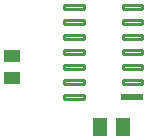
<source format=gtp>
G04 EAGLE Gerber RS-274X export*
G75*
%MOMM*%
%FSLAX34Y34*%
%LPD*%
%INTop Paste*%
%IPPOS*%
%AMOC8*
5,1,8,0,0,1.08239X$1,22.5*%
G01*
G04 Define Apertures*
%ADD10R,1.950000X0.590000*%
%ADD11C,0.295000*%
%ADD12R,1.420200X1.031200*%
%ADD13R,1.300000X1.500000*%
D10*
X189900Y203200D03*
D11*
X181625Y217375D02*
X198175Y217375D01*
X198175Y214425D01*
X181625Y214425D01*
X181625Y217375D01*
X181625Y217227D02*
X198175Y217227D01*
X198175Y230075D02*
X181625Y230075D01*
X198175Y230075D02*
X198175Y227125D01*
X181625Y227125D01*
X181625Y230075D01*
X181625Y229927D02*
X198175Y229927D01*
X198175Y242775D02*
X181625Y242775D01*
X198175Y242775D02*
X198175Y239825D01*
X181625Y239825D01*
X181625Y242775D01*
X181625Y242627D02*
X198175Y242627D01*
X198175Y255475D02*
X181625Y255475D01*
X198175Y255475D02*
X198175Y252525D01*
X181625Y252525D01*
X181625Y255475D01*
X181625Y255327D02*
X198175Y255327D01*
X198175Y268175D02*
X181625Y268175D01*
X198175Y268175D02*
X198175Y265225D01*
X181625Y265225D01*
X181625Y268175D01*
X181625Y268027D02*
X198175Y268027D01*
X198175Y280875D02*
X181625Y280875D01*
X198175Y280875D02*
X198175Y277925D01*
X181625Y277925D01*
X181625Y280875D01*
X181625Y280727D02*
X198175Y280727D01*
X148575Y280875D02*
X132025Y280875D01*
X148575Y280875D02*
X148575Y277925D01*
X132025Y277925D01*
X132025Y280875D01*
X132025Y280727D02*
X148575Y280727D01*
X148575Y268175D02*
X132025Y268175D01*
X148575Y268175D02*
X148575Y265225D01*
X132025Y265225D01*
X132025Y268175D01*
X132025Y268027D02*
X148575Y268027D01*
X148575Y255475D02*
X132025Y255475D01*
X148575Y255475D02*
X148575Y252525D01*
X132025Y252525D01*
X132025Y255475D01*
X132025Y255327D02*
X148575Y255327D01*
X148575Y242775D02*
X132025Y242775D01*
X148575Y242775D02*
X148575Y239825D01*
X132025Y239825D01*
X132025Y242775D01*
X132025Y242627D02*
X148575Y242627D01*
X148575Y230075D02*
X132025Y230075D01*
X148575Y230075D02*
X148575Y227125D01*
X132025Y227125D01*
X132025Y230075D01*
X132025Y229927D02*
X148575Y229927D01*
X148575Y217375D02*
X132025Y217375D01*
X148575Y217375D02*
X148575Y214425D01*
X132025Y214425D01*
X132025Y217375D01*
X132025Y217227D02*
X148575Y217227D01*
X148575Y204675D02*
X132025Y204675D01*
X148575Y204675D02*
X148575Y201725D01*
X132025Y201725D01*
X132025Y204675D01*
X132025Y204527D02*
X148575Y204527D01*
D12*
X87913Y237446D03*
X87913Y219056D03*
D13*
X181678Y177800D03*
X162678Y177800D03*
M02*

</source>
